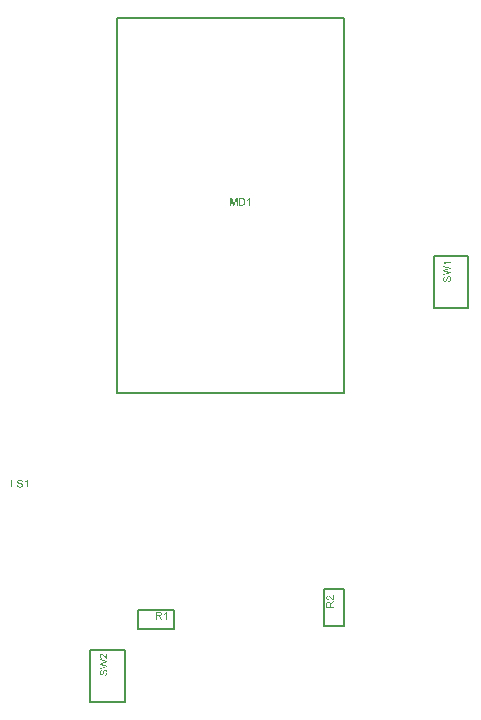
<source format=gbr>
%TF.GenerationSoftware,Altium Limited,Altium Designer,22.1.2 (22)*%
G04 Layer_Color=16711935*
%FSLAX45Y45*%
%MOMM*%
%TF.SameCoordinates,487542E7-F005-4C77-86B1-A0AEE8F943D7*%
%TF.FilePolarity,Positive*%
%TF.FileFunction,Other,Top_Assembly*%
%TF.Part,Single*%
G01*
G75*
%TA.AperFunction,NonConductor*%
%ADD46C,0.20000*%
G36*
X9686720Y7340099D02*
X9678584D01*
Y7393631D01*
X9659908Y7340099D01*
X9652326D01*
X9633835Y7394555D01*
Y7340099D01*
X9625699D01*
Y7404078D01*
X9638365D01*
X9653528Y7358682D01*
Y7358590D01*
X9653621Y7358405D01*
X9653713Y7358128D01*
X9653898Y7357665D01*
X9654268Y7356556D01*
X9654730Y7355169D01*
X9655192Y7353597D01*
X9655747Y7352025D01*
X9656209Y7350546D01*
X9656579Y7349252D01*
X9656672Y7349437D01*
X9656764Y7349899D01*
X9657041Y7350731D01*
X9657411Y7351841D01*
X9657873Y7353320D01*
X9658521Y7355076D01*
X9659168Y7357111D01*
X9660000Y7359514D01*
X9675348Y7404078D01*
X9686720D01*
Y7340099D01*
D02*
G37*
G36*
X9791380D02*
X9783521D01*
Y7390117D01*
X9783429Y7390025D01*
X9782966Y7389655D01*
X9782412Y7389100D01*
X9781487Y7388453D01*
X9780470Y7387621D01*
X9779176Y7386696D01*
X9777696Y7385679D01*
X9776032Y7384662D01*
X9775940D01*
X9775847Y7384570D01*
X9775293Y7384200D01*
X9774368Y7383738D01*
X9773259Y7383183D01*
X9771964Y7382536D01*
X9770577Y7381889D01*
X9769191Y7381242D01*
X9767804Y7380687D01*
Y7388268D01*
X9767896D01*
X9768081Y7388453D01*
X9768451Y7388546D01*
X9768913Y7388823D01*
X9769468Y7389100D01*
X9770115Y7389470D01*
X9771687Y7390395D01*
X9773536Y7391412D01*
X9775385Y7392706D01*
X9777327Y7394185D01*
X9779268Y7395757D01*
X9779361Y7395850D01*
X9779453Y7395942D01*
X9779731Y7396219D01*
X9780100Y7396497D01*
X9780932Y7397421D01*
X9782042Y7398531D01*
X9783151Y7399825D01*
X9784353Y7401304D01*
X9785370Y7402784D01*
X9786295Y7404356D01*
X9791380D01*
Y7340099D01*
D02*
G37*
G36*
X9726753Y7403986D02*
X9728602Y7403893D01*
X9730451Y7403708D01*
X9732301Y7403431D01*
X9733872Y7403154D01*
X9733965D01*
X9734150Y7403061D01*
X9734427D01*
X9734797Y7402876D01*
X9735814Y7402599D01*
X9737108Y7402137D01*
X9738588Y7401489D01*
X9740159Y7400657D01*
X9741731Y7399733D01*
X9743210Y7398531D01*
X9743303Y7398438D01*
X9743395Y7398346D01*
X9743673Y7398069D01*
X9744042Y7397791D01*
X9744967Y7396867D01*
X9746077Y7395572D01*
X9747278Y7394000D01*
X9748573Y7392151D01*
X9749775Y7390025D01*
X9750792Y7387621D01*
Y7387529D01*
X9750884Y7387344D01*
X9751069Y7386974D01*
X9751162Y7386419D01*
X9751439Y7385772D01*
X9751624Y7385032D01*
X9751809Y7384200D01*
X9752086Y7383183D01*
X9752364Y7382166D01*
X9752548Y7380964D01*
X9753011Y7378375D01*
X9753288Y7375509D01*
X9753381Y7372366D01*
Y7372273D01*
Y7372088D01*
Y7371626D01*
Y7371164D01*
X9753288Y7370517D01*
Y7369777D01*
X9753196Y7368020D01*
X9752918Y7365986D01*
X9752641Y7363860D01*
X9752179Y7361641D01*
X9751624Y7359422D01*
Y7359329D01*
X9751531Y7359145D01*
X9751439Y7358867D01*
X9751347Y7358497D01*
X9750977Y7357480D01*
X9750422Y7356186D01*
X9749867Y7354707D01*
X9749128Y7353227D01*
X9748203Y7351656D01*
X9747278Y7350176D01*
X9747186Y7349991D01*
X9746816Y7349529D01*
X9746261Y7348882D01*
X9745522Y7348050D01*
X9744690Y7347125D01*
X9743673Y7346201D01*
X9742656Y7345184D01*
X9741454Y7344352D01*
X9741269Y7344259D01*
X9740899Y7343982D01*
X9740252Y7343612D01*
X9739327Y7343150D01*
X9738218Y7342595D01*
X9736923Y7342133D01*
X9735444Y7341578D01*
X9733780Y7341116D01*
X9733595D01*
X9733318Y7341023D01*
X9733040Y7340931D01*
X9732116Y7340838D01*
X9730821Y7340653D01*
X9729342Y7340468D01*
X9727585Y7340284D01*
X9725644Y7340191D01*
X9723517Y7340099D01*
X9700496D01*
Y7404078D01*
X9725089D01*
X9726753Y7403986D01*
D02*
G37*
G36*
X7846364Y5019105D02*
X7847011D01*
X7848767Y5018920D01*
X7850709Y5018642D01*
X7852743Y5018180D01*
X7854962Y5017625D01*
X7856996Y5016886D01*
X7857088D01*
X7857273Y5016793D01*
X7857551Y5016608D01*
X7857921Y5016424D01*
X7858845Y5015961D01*
X7860047Y5015129D01*
X7861434Y5014205D01*
X7862821Y5013003D01*
X7864115Y5011616D01*
X7865317Y5010044D01*
Y5009952D01*
X7865409Y5009859D01*
X7865594Y5009582D01*
X7865779Y5009304D01*
X7866242Y5008380D01*
X7866796Y5007178D01*
X7867443Y5005699D01*
X7867906Y5003942D01*
X7868368Y5002093D01*
X7868553Y5000059D01*
X7860417Y4999412D01*
Y4999504D01*
Y4999689D01*
X7860324Y4999966D01*
X7860232Y5000429D01*
X7859955Y5001446D01*
X7859585Y5002833D01*
X7859030Y5004312D01*
X7858198Y5005791D01*
X7857181Y5007178D01*
X7855886Y5008472D01*
X7855702Y5008565D01*
X7855239Y5008935D01*
X7854315Y5009489D01*
X7853113Y5010044D01*
X7851541Y5010599D01*
X7849692Y5011154D01*
X7847381Y5011523D01*
X7844792Y5011616D01*
X7843497D01*
X7842943Y5011523D01*
X7842203Y5011431D01*
X7840539Y5011246D01*
X7838690Y5010876D01*
X7836841Y5010414D01*
X7835084Y5009674D01*
X7834344Y5009212D01*
X7833605Y5008750D01*
X7833420Y5008657D01*
X7833050Y5008287D01*
X7832495Y5007640D01*
X7831940Y5006901D01*
X7831293Y5005884D01*
X7830738Y5004774D01*
X7830369Y5003480D01*
X7830184Y5002000D01*
Y5001815D01*
Y5001446D01*
X7830276Y5000798D01*
X7830461Y5000059D01*
X7830738Y4999134D01*
X7831201Y4998210D01*
X7831755Y4997285D01*
X7832588Y4996361D01*
X7832680Y4996268D01*
X7833142Y4995991D01*
X7833512Y4995713D01*
X7833882Y4995528D01*
X7834437Y4995251D01*
X7835084Y4994881D01*
X7835916Y4994604D01*
X7836841Y4994234D01*
X7837858Y4993864D01*
X7839060Y4993402D01*
X7840354Y4993032D01*
X7841833Y4992570D01*
X7843497Y4992200D01*
X7845347Y4991738D01*
X7845439D01*
X7845809Y4991645D01*
X7846364Y4991553D01*
X7847011Y4991368D01*
X7847843Y4991183D01*
X7848860Y4990906D01*
X7849877Y4990628D01*
X7850986Y4990351D01*
X7853390Y4989704D01*
X7855702Y4989057D01*
X7856811Y4988687D01*
X7857828Y4988317D01*
X7858753Y4988040D01*
X7859492Y4987670D01*
X7859585D01*
X7859770Y4987577D01*
X7860047Y4987392D01*
X7860417Y4987207D01*
X7861434Y4986653D01*
X7862636Y4985913D01*
X7864023Y4984896D01*
X7865409Y4983787D01*
X7866704Y4982492D01*
X7867813Y4981105D01*
X7867906Y4980920D01*
X7868276Y4980458D01*
X7868645Y4979626D01*
X7869200Y4978517D01*
X7869662Y4977222D01*
X7870125Y4975650D01*
X7870402Y4973894D01*
X7870495Y4972045D01*
Y4971952D01*
Y4971860D01*
Y4971582D01*
Y4971213D01*
X7870310Y4970196D01*
X7870125Y4968901D01*
X7869755Y4967422D01*
X7869293Y4965850D01*
X7868553Y4964186D01*
X7867536Y4962429D01*
Y4962337D01*
X7867443Y4962244D01*
X7866981Y4961690D01*
X7866334Y4960857D01*
X7865409Y4959933D01*
X7864208Y4958823D01*
X7862728Y4957622D01*
X7861064Y4956512D01*
X7859122Y4955495D01*
X7859030D01*
X7858845Y4955403D01*
X7858568Y4955310D01*
X7858198Y4955125D01*
X7857643Y4954940D01*
X7856996Y4954663D01*
X7855517Y4954293D01*
X7853760Y4953831D01*
X7851634Y4953369D01*
X7849322Y4953091D01*
X7846826Y4952999D01*
X7845347D01*
X7844607Y4953091D01*
X7843775D01*
X7842850Y4953184D01*
X7841741Y4953276D01*
X7839429Y4953646D01*
X7837025Y4954016D01*
X7834622Y4954663D01*
X7832310Y4955495D01*
X7832218D01*
X7832033Y4955587D01*
X7831755Y4955772D01*
X7831386Y4955957D01*
X7830276Y4956512D01*
X7828982Y4957344D01*
X7827503Y4958454D01*
X7825931Y4959748D01*
X7824451Y4961320D01*
X7823065Y4963076D01*
Y4963169D01*
X7822880Y4963354D01*
X7822787Y4963631D01*
X7822510Y4964001D01*
X7822325Y4964463D01*
X7822048Y4965018D01*
X7821400Y4966405D01*
X7820753Y4968162D01*
X7820198Y4970103D01*
X7819829Y4972322D01*
X7819644Y4974633D01*
X7827595Y4975373D01*
Y4975281D01*
Y4975188D01*
X7827687Y4974911D01*
Y4974541D01*
X7827872Y4973709D01*
X7828150Y4972507D01*
X7828520Y4971305D01*
X7828889Y4969918D01*
X7829537Y4968624D01*
X7830184Y4967422D01*
X7830276Y4967329D01*
X7830554Y4966960D01*
X7831016Y4966312D01*
X7831755Y4965665D01*
X7832680Y4964833D01*
X7833697Y4964001D01*
X7835084Y4963169D01*
X7836563Y4962429D01*
X7836656D01*
X7836748Y4962337D01*
X7837025Y4962244D01*
X7837303Y4962152D01*
X7838227Y4961875D01*
X7839429Y4961505D01*
X7840909Y4961135D01*
X7842573Y4960857D01*
X7844422Y4960673D01*
X7846456Y4960580D01*
X7847288D01*
X7848213Y4960673D01*
X7849322Y4960765D01*
X7850617Y4960950D01*
X7852096Y4961135D01*
X7853575Y4961505D01*
X7854962Y4961967D01*
X7855147Y4962059D01*
X7855609Y4962244D01*
X7856256Y4962614D01*
X7857088Y4962984D01*
X7857921Y4963631D01*
X7858845Y4964278D01*
X7859770Y4965018D01*
X7860509Y4965943D01*
X7860602Y4966035D01*
X7860787Y4966405D01*
X7861064Y4966867D01*
X7861434Y4967607D01*
X7861804Y4968346D01*
X7862081Y4969271D01*
X7862266Y4970288D01*
X7862358Y4971397D01*
Y4971490D01*
Y4971952D01*
X7862266Y4972507D01*
X7862174Y4973247D01*
X7861896Y4973986D01*
X7861619Y4974911D01*
X7861156Y4975835D01*
X7860509Y4976667D01*
X7860417Y4976760D01*
X7860139Y4977037D01*
X7859770Y4977407D01*
X7859122Y4977962D01*
X7858383Y4978517D01*
X7857366Y4979164D01*
X7856164Y4979811D01*
X7854777Y4980366D01*
X7854685Y4980458D01*
X7854222Y4980551D01*
X7853483Y4980828D01*
X7853020Y4980920D01*
X7852373Y4981105D01*
X7851726Y4981383D01*
X7850894Y4981568D01*
X7849969Y4981845D01*
X7848860Y4982122D01*
X7847750Y4982400D01*
X7846456Y4982770D01*
X7844977Y4983139D01*
X7843405Y4983509D01*
X7843312D01*
X7843035Y4983602D01*
X7842573Y4983694D01*
X7842018Y4983879D01*
X7841278Y4984064D01*
X7840446Y4984249D01*
X7838597Y4984804D01*
X7836563Y4985451D01*
X7834437Y4986098D01*
X7832588Y4986745D01*
X7831755Y4987115D01*
X7831016Y4987485D01*
X7830923D01*
X7830831Y4987577D01*
X7830276Y4987947D01*
X7829444Y4988409D01*
X7828520Y4989149D01*
X7827410Y4989981D01*
X7826301Y4990998D01*
X7825191Y4992200D01*
X7824267Y4993494D01*
X7824174Y4993679D01*
X7823897Y4994142D01*
X7823527Y4994881D01*
X7823157Y4995806D01*
X7822787Y4997008D01*
X7822417Y4998395D01*
X7822140Y4999874D01*
X7822048Y5001446D01*
Y5001538D01*
Y5001631D01*
Y5001908D01*
Y5002278D01*
X7822233Y5003202D01*
X7822417Y5004404D01*
X7822695Y5005791D01*
X7823157Y5007363D01*
X7823804Y5008935D01*
X7824729Y5010506D01*
Y5010599D01*
X7824821Y5010691D01*
X7825284Y5011246D01*
X7825931Y5011986D01*
X7826763Y5012910D01*
X7827872Y5013927D01*
X7829259Y5015037D01*
X7830923Y5016054D01*
X7832772Y5016978D01*
X7832865D01*
X7833050Y5017071D01*
X7833327Y5017163D01*
X7833697Y5017348D01*
X7834159Y5017533D01*
X7834807Y5017718D01*
X7836193Y5018088D01*
X7837950Y5018458D01*
X7839984Y5018827D01*
X7842111Y5019105D01*
X7844514Y5019197D01*
X7845716D01*
X7846364Y5019105D01*
D02*
G37*
G36*
X7908494Y4954108D02*
X7900635D01*
Y5004127D01*
X7900543Y5004034D01*
X7900080Y5003665D01*
X7899526Y5003110D01*
X7898601Y5002463D01*
X7897584Y5001631D01*
X7896290Y5000706D01*
X7894810Y4999689D01*
X7893146Y4998672D01*
X7893054D01*
X7892961Y4998580D01*
X7892407Y4998210D01*
X7891482Y4997747D01*
X7890373Y4997193D01*
X7889078Y4996546D01*
X7887691Y4995898D01*
X7886305Y4995251D01*
X7884918Y4994696D01*
Y5002278D01*
X7885010D01*
X7885195Y5002463D01*
X7885565Y5002555D01*
X7886027Y5002833D01*
X7886582Y5003110D01*
X7887229Y5003480D01*
X7888801Y5004404D01*
X7890650Y5005421D01*
X7892499Y5006716D01*
X7894441Y5008195D01*
X7896382Y5009767D01*
X7896475Y5009859D01*
X7896567Y5009952D01*
X7896845Y5010229D01*
X7897214Y5010506D01*
X7898046Y5011431D01*
X7899156Y5012540D01*
X7900265Y5013835D01*
X7901467Y5015314D01*
X7902484Y5016793D01*
X7903409Y5018365D01*
X7908494D01*
Y4954108D01*
D02*
G37*
G36*
X7780905Y4961690D02*
X7812432D01*
Y4954108D01*
X7772399D01*
Y5018088D01*
X7780905D01*
Y4961690D01*
D02*
G37*
G36*
X11492391Y6858303D02*
X11442373D01*
X11442465Y6858210D01*
X11442835Y6857748D01*
X11443390Y6857193D01*
X11444037Y6856268D01*
X11444869Y6855251D01*
X11445793Y6853957D01*
X11446810Y6852478D01*
X11447827Y6850814D01*
Y6850721D01*
X11447920Y6850629D01*
X11448290Y6850074D01*
X11448752Y6849149D01*
X11449307Y6848040D01*
X11449954Y6846746D01*
X11450601Y6845359D01*
X11451248Y6843972D01*
X11451803Y6842585D01*
X11444222D01*
Y6842677D01*
X11444037Y6842862D01*
X11443944Y6843232D01*
X11443667Y6843694D01*
X11443390Y6844249D01*
X11443020Y6844896D01*
X11442095Y6846468D01*
X11441078Y6848317D01*
X11439784Y6850166D01*
X11438305Y6852108D01*
X11436733Y6854050D01*
X11436640Y6854142D01*
X11436548Y6854234D01*
X11436270Y6854512D01*
X11435993Y6854882D01*
X11435069Y6855714D01*
X11433959Y6856823D01*
X11432665Y6857933D01*
X11431185Y6859135D01*
X11429706Y6860152D01*
X11428134Y6861076D01*
Y6866161D01*
X11492391D01*
Y6858303D01*
D02*
G37*
G36*
Y6814293D02*
Y6805972D01*
X11443667Y6792566D01*
X11443575D01*
X11443390Y6792474D01*
X11443112Y6792381D01*
X11442650Y6792289D01*
X11441633Y6792012D01*
X11440431Y6791734D01*
X11439137Y6791364D01*
X11437935Y6790995D01*
X11436918Y6790717D01*
X11436455Y6790625D01*
X11436178Y6790532D01*
X11436270D01*
X11436363Y6790440D01*
X11436918Y6790347D01*
X11437750Y6790162D01*
X11438767Y6789885D01*
X11439876Y6789608D01*
X11441171Y6789238D01*
X11442465Y6788961D01*
X11443667Y6788591D01*
X11492391Y6775092D01*
Y6766216D01*
X11428412Y6749482D01*
Y6758265D01*
X11470387Y6767788D01*
X11470479D01*
X11470664Y6767881D01*
X11471034Y6767973D01*
X11471496Y6768065D01*
X11472143Y6768158D01*
X11472791Y6768343D01*
X11473623Y6768528D01*
X11474547Y6768713D01*
X11476489Y6769175D01*
X11478708Y6769637D01*
X11481112Y6770099D01*
X11483516Y6770562D01*
X11483423D01*
X11483053Y6770654D01*
X11482591Y6770839D01*
X11481851Y6770932D01*
X11481112Y6771117D01*
X11480187Y6771394D01*
X11478153Y6771856D01*
X11476119Y6772411D01*
X11475102Y6772596D01*
X11474177Y6772873D01*
X11473345Y6773058D01*
X11472606Y6773243D01*
X11472051Y6773428D01*
X11471681Y6773520D01*
X11428412Y6785632D01*
Y6795895D01*
X11460864Y6804955D01*
X11460956D01*
X11461419Y6805140D01*
X11462066Y6805325D01*
X11462898Y6805510D01*
X11464007Y6805788D01*
X11465209Y6806157D01*
X11466596Y6806527D01*
X11468168Y6806897D01*
X11469924Y6807359D01*
X11471681Y6807729D01*
X11475472Y6808561D01*
X11479447Y6809393D01*
X11483516Y6810040D01*
X11483423D01*
X11483238Y6810133D01*
X11482868D01*
X11482406Y6810318D01*
X11481851Y6810410D01*
X11481204Y6810595D01*
X11480372Y6810688D01*
X11479447Y6810965D01*
X11477413Y6811427D01*
X11475010Y6811982D01*
X11472421Y6812537D01*
X11469555Y6813276D01*
X11428412Y6823262D01*
Y6831860D01*
X11492391Y6814293D01*
D02*
G37*
G36*
X11476304Y6743565D02*
X11477598Y6743380D01*
X11479078Y6743010D01*
X11480649Y6742548D01*
X11482314Y6741808D01*
X11484070Y6740791D01*
X11484163D01*
X11484255Y6740698D01*
X11484810Y6740236D01*
X11485642Y6739589D01*
X11486567Y6738664D01*
X11487676Y6737463D01*
X11488878Y6735983D01*
X11489987Y6734319D01*
X11491004Y6732377D01*
Y6732285D01*
X11491097Y6732100D01*
X11491189Y6731823D01*
X11491374Y6731453D01*
X11491559Y6730898D01*
X11491837Y6730251D01*
X11492206Y6728772D01*
X11492669Y6727015D01*
X11493131Y6724889D01*
X11493408Y6722577D01*
X11493501Y6720081D01*
Y6718601D01*
X11493408Y6717862D01*
Y6717030D01*
X11493316Y6716105D01*
X11493223Y6714996D01*
X11492854Y6712684D01*
X11492484Y6710280D01*
X11491837Y6707877D01*
X11491004Y6705565D01*
Y6705473D01*
X11490912Y6705288D01*
X11490727Y6705010D01*
X11490542Y6704641D01*
X11489987Y6703531D01*
X11489155Y6702237D01*
X11488046Y6700757D01*
X11486751Y6699186D01*
X11485180Y6697706D01*
X11483423Y6696320D01*
X11483331D01*
X11483146Y6696135D01*
X11482868Y6696042D01*
X11482498Y6695765D01*
X11482036Y6695580D01*
X11481481Y6695303D01*
X11480095Y6694655D01*
X11478338Y6694008D01*
X11476396Y6693453D01*
X11474177Y6693084D01*
X11471866Y6692899D01*
X11471126Y6700850D01*
X11471219D01*
X11471311D01*
X11471589Y6700942D01*
X11471959D01*
X11472791Y6701127D01*
X11473993Y6701405D01*
X11475194Y6701775D01*
X11476581Y6702144D01*
X11477876Y6702792D01*
X11479078Y6703439D01*
X11479170Y6703531D01*
X11479540Y6703809D01*
X11480187Y6704271D01*
X11480834Y6705010D01*
X11481666Y6705935D01*
X11482498Y6706952D01*
X11483331Y6708339D01*
X11484070Y6709818D01*
Y6709911D01*
X11484163Y6710003D01*
X11484255Y6710280D01*
X11484348Y6710558D01*
X11484625Y6711482D01*
X11484995Y6712684D01*
X11485365Y6714164D01*
X11485642Y6715828D01*
X11485827Y6717677D01*
X11485919Y6719711D01*
Y6720543D01*
X11485827Y6721468D01*
X11485734Y6722577D01*
X11485550Y6723871D01*
X11485365Y6725351D01*
X11484995Y6726830D01*
X11484533Y6728217D01*
X11484440Y6728402D01*
X11484255Y6728864D01*
X11483885Y6729511D01*
X11483516Y6730343D01*
X11482868Y6731176D01*
X11482221Y6732100D01*
X11481481Y6733025D01*
X11480557Y6733764D01*
X11480464Y6733857D01*
X11480095Y6734042D01*
X11479632Y6734319D01*
X11478893Y6734689D01*
X11478153Y6735059D01*
X11477229Y6735336D01*
X11476211Y6735521D01*
X11475102Y6735613D01*
X11475010D01*
X11474547D01*
X11473993Y6735521D01*
X11473253Y6735428D01*
X11472513Y6735151D01*
X11471589Y6734874D01*
X11470664Y6734411D01*
X11469832Y6733764D01*
X11469740Y6733672D01*
X11469462Y6733394D01*
X11469092Y6733025D01*
X11468538Y6732377D01*
X11467983Y6731638D01*
X11467336Y6730621D01*
X11466689Y6729419D01*
X11466134Y6728032D01*
X11466041Y6727940D01*
X11465949Y6727477D01*
X11465672Y6726738D01*
X11465579Y6726275D01*
X11465394Y6725628D01*
X11465117Y6724981D01*
X11464932Y6724149D01*
X11464654Y6723224D01*
X11464377Y6722115D01*
X11464100Y6721005D01*
X11463730Y6719711D01*
X11463360Y6718232D01*
X11462990Y6716660D01*
Y6716567D01*
X11462898Y6716290D01*
X11462805Y6715828D01*
X11462620Y6715273D01*
X11462436Y6714533D01*
X11462251Y6713701D01*
X11461696Y6711852D01*
X11461049Y6709818D01*
X11460402Y6707692D01*
X11459754Y6705843D01*
X11459384Y6705010D01*
X11459015Y6704271D01*
Y6704178D01*
X11458922Y6704086D01*
X11458552Y6703531D01*
X11458090Y6702699D01*
X11457350Y6701775D01*
X11456518Y6700665D01*
X11455501Y6699556D01*
X11454299Y6698446D01*
X11453005Y6697522D01*
X11452820Y6697429D01*
X11452358Y6697152D01*
X11451618Y6696782D01*
X11450694Y6696412D01*
X11449492Y6696042D01*
X11448105Y6695672D01*
X11446626Y6695395D01*
X11445054Y6695303D01*
X11444961D01*
X11444869D01*
X11444592D01*
X11444222D01*
X11443297Y6695487D01*
X11442095Y6695672D01*
X11440708Y6695950D01*
X11439137Y6696412D01*
X11437565Y6697059D01*
X11435993Y6697984D01*
X11435901D01*
X11435808Y6698076D01*
X11435253Y6698539D01*
X11434514Y6699186D01*
X11433589Y6700018D01*
X11432572Y6701127D01*
X11431463Y6702514D01*
X11430446Y6704178D01*
X11429521Y6706027D01*
Y6706120D01*
X11429429Y6706305D01*
X11429336Y6706582D01*
X11429151Y6706952D01*
X11428966Y6707414D01*
X11428782Y6708062D01*
X11428412Y6709448D01*
X11428042Y6711205D01*
X11427672Y6713239D01*
X11427395Y6715366D01*
X11427302Y6717769D01*
Y6718971D01*
X11427395Y6719619D01*
Y6720266D01*
X11427580Y6722022D01*
X11427857Y6723964D01*
X11428319Y6725998D01*
X11428874Y6728217D01*
X11429614Y6730251D01*
Y6730343D01*
X11429706Y6730528D01*
X11429891Y6730806D01*
X11430076Y6731176D01*
X11430538Y6732100D01*
X11431370Y6733302D01*
X11432295Y6734689D01*
X11433497Y6736076D01*
X11434884Y6737370D01*
X11436455Y6738572D01*
X11436548D01*
X11436640Y6738664D01*
X11436918Y6738849D01*
X11437195Y6739034D01*
X11438120Y6739497D01*
X11439322Y6740051D01*
X11440801Y6740698D01*
X11442558Y6741161D01*
X11444407Y6741623D01*
X11446441Y6741808D01*
X11447088Y6733672D01*
X11446995D01*
X11446810D01*
X11446533Y6733579D01*
X11446071Y6733487D01*
X11445054Y6733210D01*
X11443667Y6732840D01*
X11442188Y6732285D01*
X11440708Y6731453D01*
X11439322Y6730436D01*
X11438027Y6729141D01*
X11437935Y6728957D01*
X11437565Y6728494D01*
X11437010Y6727570D01*
X11436455Y6726368D01*
X11435901Y6724796D01*
X11435346Y6722947D01*
X11434976Y6720636D01*
X11434884Y6718047D01*
Y6716752D01*
X11434976Y6716198D01*
X11435069Y6715458D01*
X11435253Y6713794D01*
X11435623Y6711945D01*
X11436086Y6710096D01*
X11436825Y6708339D01*
X11437288Y6707599D01*
X11437750Y6706860D01*
X11437842Y6706675D01*
X11438212Y6706305D01*
X11438859Y6705750D01*
X11439599Y6705195D01*
X11440616Y6704548D01*
X11441725Y6703993D01*
X11443020Y6703624D01*
X11444499Y6703439D01*
X11444684D01*
X11445054D01*
X11445701Y6703531D01*
X11446441Y6703716D01*
X11447365Y6703993D01*
X11448290Y6704456D01*
X11449214Y6705010D01*
X11450139Y6705843D01*
X11450231Y6705935D01*
X11450509Y6706397D01*
X11450786Y6706767D01*
X11450971Y6707137D01*
X11451248Y6707692D01*
X11451618Y6708339D01*
X11451896Y6709171D01*
X11452265Y6710096D01*
X11452635Y6711113D01*
X11453097Y6712314D01*
X11453467Y6713609D01*
X11453930Y6715088D01*
X11454299Y6716752D01*
X11454762Y6718601D01*
Y6718694D01*
X11454854Y6719064D01*
X11454947Y6719619D01*
X11455132Y6720266D01*
X11455316Y6721098D01*
X11455594Y6722115D01*
X11455871Y6723132D01*
X11456149Y6724241D01*
X11456796Y6726645D01*
X11457443Y6728957D01*
X11457813Y6730066D01*
X11458183Y6731083D01*
X11458460Y6732008D01*
X11458830Y6732747D01*
Y6732840D01*
X11458922Y6733025D01*
X11459107Y6733302D01*
X11459292Y6733672D01*
X11459847Y6734689D01*
X11460586Y6735891D01*
X11461603Y6737278D01*
X11462713Y6738664D01*
X11464007Y6739959D01*
X11465394Y6741068D01*
X11465579Y6741161D01*
X11466041Y6741531D01*
X11466873Y6741900D01*
X11467983Y6742455D01*
X11469277Y6742917D01*
X11470849Y6743380D01*
X11472606Y6743657D01*
X11474455Y6743750D01*
X11474547D01*
X11474640D01*
X11474917D01*
X11475287D01*
X11476304Y6743565D01*
D02*
G37*
G36*
X8584092Y3503166D02*
X8583999D01*
X8583629D01*
X8583075D01*
X8582335Y3503258D01*
X8581503Y3503351D01*
X8580578Y3503536D01*
X8579654Y3503720D01*
X8578637Y3504090D01*
X8578544D01*
X8578452Y3504183D01*
X8577897Y3504368D01*
X8577065Y3504737D01*
X8575955Y3505292D01*
X8574661Y3506032D01*
X8573182Y3506956D01*
X8571702Y3507973D01*
X8570131Y3509268D01*
X8570038D01*
X8569946Y3509453D01*
X8569391Y3509915D01*
X8568559Y3510747D01*
X8567357Y3511949D01*
X8565970Y3513336D01*
X8564306Y3515093D01*
X8562457Y3517219D01*
X8560515Y3519530D01*
X8560423Y3519623D01*
X8560145Y3519993D01*
X8559683Y3520547D01*
X8559128Y3521195D01*
X8558389Y3522027D01*
X8557557Y3523044D01*
X8556632Y3524061D01*
X8555615Y3525263D01*
X8553396Y3527574D01*
X8551177Y3529885D01*
X8550068Y3530995D01*
X8548958Y3532012D01*
X8547941Y3532937D01*
X8546924Y3533676D01*
X8546832D01*
X8546739Y3533861D01*
X8546462Y3534046D01*
X8546092Y3534231D01*
X8545075Y3534878D01*
X8543873Y3535618D01*
X8542394Y3536265D01*
X8540822Y3536912D01*
X8539065Y3537282D01*
X8537401Y3537467D01*
X8537309D01*
X8537216D01*
X8536662Y3537374D01*
X8535737Y3537282D01*
X8534720Y3537005D01*
X8533426Y3536635D01*
X8532131Y3535988D01*
X8530837Y3535155D01*
X8529543Y3534046D01*
X8529358Y3533861D01*
X8528988Y3533399D01*
X8528525Y3532752D01*
X8527878Y3531735D01*
X8527324Y3530440D01*
X8526769Y3528961D01*
X8526399Y3527204D01*
X8526307Y3525263D01*
Y3524708D01*
X8526399Y3524338D01*
X8526491Y3523229D01*
X8526769Y3521934D01*
X8527139Y3520547D01*
X8527786Y3518976D01*
X8528618Y3517496D01*
X8529727Y3516110D01*
X8529912Y3515925D01*
X8530375Y3515555D01*
X8531114Y3515000D01*
X8532224Y3514445D01*
X8533518Y3513798D01*
X8535182Y3513243D01*
X8537031Y3512874D01*
X8539158Y3512689D01*
X8538326Y3504645D01*
X8538233D01*
X8537956Y3504737D01*
X8537494D01*
X8536847Y3504830D01*
X8536107Y3505015D01*
X8535275Y3505200D01*
X8534258Y3505477D01*
X8533241Y3505754D01*
X8531022Y3506494D01*
X8528803Y3507604D01*
X8527693Y3508251D01*
X8526584Y3509083D01*
X8525567Y3509915D01*
X8524642Y3510840D01*
X8524550Y3510932D01*
X8524457Y3511117D01*
X8524180Y3511394D01*
X8523903Y3511857D01*
X8523533Y3512411D01*
X8523163Y3513059D01*
X8522701Y3513798D01*
X8522238Y3514723D01*
X8521776Y3515740D01*
X8521314Y3516849D01*
X8520944Y3518051D01*
X8520574Y3519346D01*
X8520297Y3520732D01*
X8520020Y3522212D01*
X8519927Y3523783D01*
X8519835Y3525448D01*
Y3526372D01*
X8519927Y3527019D01*
X8520020Y3527759D01*
X8520112Y3528684D01*
X8520297Y3529701D01*
X8520482Y3530718D01*
X8521129Y3533121D01*
X8522054Y3535525D01*
X8522608Y3536727D01*
X8523255Y3537929D01*
X8524088Y3539039D01*
X8525012Y3540056D01*
X8525105Y3540148D01*
X8525197Y3540333D01*
X8525567Y3540518D01*
X8525937Y3540888D01*
X8526399Y3541350D01*
X8527046Y3541812D01*
X8527693Y3542275D01*
X8528525Y3542829D01*
X8530282Y3543754D01*
X8532501Y3544678D01*
X8533611Y3545048D01*
X8534905Y3545233D01*
X8536199Y3545418D01*
X8537586Y3545511D01*
X8537771D01*
X8538233D01*
X8538973Y3545418D01*
X8539990Y3545326D01*
X8541100Y3545141D01*
X8542394Y3544771D01*
X8543781Y3544401D01*
X8545168Y3543846D01*
X8545352Y3543754D01*
X8545815Y3543569D01*
X8546554Y3543199D01*
X8547571Y3542644D01*
X8548681Y3541905D01*
X8550068Y3540980D01*
X8551455Y3539871D01*
X8553026Y3538576D01*
X8553211Y3538391D01*
X8553766Y3537929D01*
X8554228Y3537467D01*
X8554691Y3537005D01*
X8555245Y3536450D01*
X8555985Y3535710D01*
X8556725Y3534971D01*
X8557557Y3534046D01*
X8558481Y3533121D01*
X8559498Y3532012D01*
X8560515Y3530810D01*
X8561717Y3529516D01*
X8562919Y3528036D01*
X8564214Y3526557D01*
X8564306Y3526465D01*
X8564491Y3526280D01*
X8564768Y3525910D01*
X8565138Y3525448D01*
X8565693Y3524893D01*
X8566248Y3524246D01*
X8567449Y3522766D01*
X8568836Y3521195D01*
X8570223Y3519715D01*
X8571425Y3518421D01*
X8571887Y3517866D01*
X8572350Y3517404D01*
X8572442Y3517311D01*
X8572719Y3517034D01*
X8573089Y3516664D01*
X8573644Y3516202D01*
X8574291Y3515740D01*
X8574938Y3515185D01*
X8576510Y3514076D01*
Y3545603D01*
X8584092D01*
Y3503166D01*
D02*
G37*
G36*
Y3481993D02*
Y3473672D01*
X8535367Y3460266D01*
X8535275D01*
X8535090Y3460174D01*
X8534812Y3460081D01*
X8534350Y3459989D01*
X8533333Y3459711D01*
X8532131Y3459434D01*
X8530837Y3459064D01*
X8529635Y3458694D01*
X8528618Y3458417D01*
X8528156Y3458325D01*
X8527878Y3458232D01*
X8527971D01*
X8528063Y3458140D01*
X8528618Y3458047D01*
X8529450Y3457862D01*
X8530467Y3457585D01*
X8531577Y3457308D01*
X8532871Y3456938D01*
X8534165Y3456660D01*
X8535367Y3456291D01*
X8584092Y3442792D01*
Y3433916D01*
X8520112Y3417182D01*
Y3425965D01*
X8562087Y3435488D01*
X8562179D01*
X8562364Y3435580D01*
X8562734Y3435673D01*
X8563196Y3435765D01*
X8563844Y3435858D01*
X8564491Y3436043D01*
X8565323Y3436228D01*
X8566248Y3436412D01*
X8568189Y3436875D01*
X8570408Y3437337D01*
X8572812Y3437799D01*
X8575216Y3438262D01*
X8575123D01*
X8574753Y3438354D01*
X8574291Y3438539D01*
X8573552Y3438631D01*
X8572812Y3438816D01*
X8571887Y3439094D01*
X8569853Y3439556D01*
X8567819Y3440111D01*
X8566802Y3440296D01*
X8565878Y3440573D01*
X8565046Y3440758D01*
X8564306Y3440943D01*
X8563751Y3441128D01*
X8563381Y3441220D01*
X8520112Y3453332D01*
Y3463595D01*
X8552564Y3472655D01*
X8552657D01*
X8553119Y3472840D01*
X8553766Y3473025D01*
X8554598Y3473210D01*
X8555708Y3473487D01*
X8556909Y3473857D01*
X8558296Y3474227D01*
X8559868Y3474597D01*
X8561625Y3475059D01*
X8563381Y3475429D01*
X8567172Y3476261D01*
X8571148Y3477093D01*
X8575216Y3477740D01*
X8575123D01*
X8574938Y3477833D01*
X8574569D01*
X8574106Y3478018D01*
X8573552Y3478110D01*
X8572904Y3478295D01*
X8572072Y3478388D01*
X8571148Y3478665D01*
X8569114Y3479127D01*
X8566710Y3479682D01*
X8564121Y3480237D01*
X8561255Y3480976D01*
X8520112Y3490962D01*
Y3499560D01*
X8584092Y3481993D01*
D02*
G37*
G36*
X8568004Y3411264D02*
X8569299Y3411080D01*
X8570778Y3410710D01*
X8572350Y3410247D01*
X8574014Y3409508D01*
X8575771Y3408491D01*
X8575863D01*
X8575955Y3408398D01*
X8576510Y3407936D01*
X8577342Y3407289D01*
X8578267Y3406364D01*
X8579376Y3405162D01*
X8580578Y3403683D01*
X8581688Y3402019D01*
X8582705Y3400077D01*
Y3399985D01*
X8582797Y3399800D01*
X8582890Y3399523D01*
X8583075Y3399153D01*
X8583259Y3398598D01*
X8583537Y3397951D01*
X8583907Y3396471D01*
X8584369Y3394715D01*
X8584831Y3392588D01*
X8585109Y3390277D01*
X8585201Y3387781D01*
Y3386301D01*
X8585109Y3385562D01*
Y3384730D01*
X8585016Y3383805D01*
X8584924Y3382696D01*
X8584554Y3380384D01*
X8584184Y3377980D01*
X8583537Y3375576D01*
X8582705Y3373265D01*
Y3373173D01*
X8582612Y3372988D01*
X8582427Y3372710D01*
X8582242Y3372340D01*
X8581688Y3371231D01*
X8580856Y3369937D01*
X8579746Y3368457D01*
X8578452Y3366886D01*
X8576880Y3365406D01*
X8575123Y3364019D01*
X8575031D01*
X8574846Y3363835D01*
X8574569Y3363742D01*
X8574199Y3363465D01*
X8573736Y3363280D01*
X8573182Y3363002D01*
X8571795Y3362355D01*
X8570038Y3361708D01*
X8568097Y3361153D01*
X8565878Y3360783D01*
X8563566Y3360599D01*
X8562827Y3368550D01*
X8562919D01*
X8563012D01*
X8563289Y3368642D01*
X8563659D01*
X8564491Y3368827D01*
X8565693Y3369105D01*
X8566895Y3369474D01*
X8568282Y3369844D01*
X8569576Y3370491D01*
X8570778Y3371139D01*
X8570870Y3371231D01*
X8571240Y3371508D01*
X8571887Y3371971D01*
X8572535Y3372710D01*
X8573367Y3373635D01*
X8574199Y3374652D01*
X8575031Y3376039D01*
X8575771Y3377518D01*
Y3377610D01*
X8575863Y3377703D01*
X8575955Y3377980D01*
X8576048Y3378258D01*
X8576325Y3379182D01*
X8576695Y3380384D01*
X8577065Y3381863D01*
X8577342Y3383528D01*
X8577527Y3385377D01*
X8577620Y3387411D01*
Y3388243D01*
X8577527Y3389167D01*
X8577435Y3390277D01*
X8577250Y3391571D01*
X8577065Y3393051D01*
X8576695Y3394530D01*
X8576233Y3395917D01*
X8576140Y3396102D01*
X8575955Y3396564D01*
X8575586Y3397211D01*
X8575216Y3398043D01*
X8574569Y3398875D01*
X8573921Y3399800D01*
X8573182Y3400724D01*
X8572257Y3401464D01*
X8572165Y3401557D01*
X8571795Y3401741D01*
X8571333Y3402019D01*
X8570593Y3402389D01*
X8569853Y3402758D01*
X8568929Y3403036D01*
X8567912Y3403221D01*
X8566802Y3403313D01*
X8566710D01*
X8566248D01*
X8565693Y3403221D01*
X8564953Y3403128D01*
X8564214Y3402851D01*
X8563289Y3402574D01*
X8562364Y3402111D01*
X8561532Y3401464D01*
X8561440Y3401372D01*
X8561162Y3401094D01*
X8560793Y3400724D01*
X8560238Y3400077D01*
X8559683Y3399338D01*
X8559036Y3398321D01*
X8558389Y3397119D01*
X8557834Y3395732D01*
X8557742Y3395639D01*
X8557649Y3395177D01*
X8557372Y3394437D01*
X8557279Y3393975D01*
X8557094Y3393328D01*
X8556817Y3392681D01*
X8556632Y3391849D01*
X8556355Y3390924D01*
X8556077Y3389815D01*
X8555800Y3388705D01*
X8555430Y3387411D01*
X8555060Y3385932D01*
X8554691Y3384360D01*
Y3384267D01*
X8554598Y3383990D01*
X8554506Y3383528D01*
X8554321Y3382973D01*
X8554136Y3382233D01*
X8553951Y3381401D01*
X8553396Y3379552D01*
X8552749Y3377518D01*
X8552102Y3375392D01*
X8551455Y3373542D01*
X8551085Y3372710D01*
X8550715Y3371971D01*
Y3371878D01*
X8550622Y3371786D01*
X8550253Y3371231D01*
X8549790Y3370399D01*
X8549051Y3369474D01*
X8548219Y3368365D01*
X8547202Y3367255D01*
X8546000Y3366146D01*
X8544705Y3365221D01*
X8544520Y3365129D01*
X8544058Y3364852D01*
X8543318Y3364482D01*
X8542394Y3364112D01*
X8541192Y3363742D01*
X8539805Y3363372D01*
X8538326Y3363095D01*
X8536754Y3363002D01*
X8536662D01*
X8536569D01*
X8536292D01*
X8535922D01*
X8534997Y3363187D01*
X8533795Y3363372D01*
X8532409Y3363650D01*
X8530837Y3364112D01*
X8529265Y3364759D01*
X8527693Y3365684D01*
X8527601D01*
X8527508Y3365776D01*
X8526954Y3366238D01*
X8526214Y3366886D01*
X8525290Y3367718D01*
X8524273Y3368827D01*
X8523163Y3370214D01*
X8522146Y3371878D01*
X8521221Y3373727D01*
Y3373820D01*
X8521129Y3374005D01*
X8521037Y3374282D01*
X8520852Y3374652D01*
X8520667Y3375114D01*
X8520482Y3375761D01*
X8520112Y3377148D01*
X8519742Y3378905D01*
X8519372Y3380939D01*
X8519095Y3383065D01*
X8519003Y3385469D01*
Y3386671D01*
X8519095Y3387318D01*
Y3387966D01*
X8519280Y3389722D01*
X8519557Y3391664D01*
X8520020Y3393698D01*
X8520574Y3395917D01*
X8521314Y3397951D01*
Y3398043D01*
X8521406Y3398228D01*
X8521591Y3398506D01*
X8521776Y3398875D01*
X8522238Y3399800D01*
X8523071Y3401002D01*
X8523995Y3402389D01*
X8525197Y3403776D01*
X8526584Y3405070D01*
X8528156Y3406272D01*
X8528248D01*
X8528341Y3406364D01*
X8528618Y3406549D01*
X8528895Y3406734D01*
X8529820Y3407196D01*
X8531022Y3407751D01*
X8532501Y3408398D01*
X8534258Y3408861D01*
X8536107Y3409323D01*
X8538141Y3409508D01*
X8538788Y3401372D01*
X8538696D01*
X8538511D01*
X8538233Y3401279D01*
X8537771Y3401187D01*
X8536754Y3400909D01*
X8535367Y3400540D01*
X8533888Y3399985D01*
X8532409Y3399153D01*
X8531022Y3398136D01*
X8529727Y3396841D01*
X8529635Y3396656D01*
X8529265Y3396194D01*
X8528710Y3395270D01*
X8528156Y3394068D01*
X8527601Y3392496D01*
X8527046Y3390647D01*
X8526676Y3388335D01*
X8526584Y3385747D01*
Y3384452D01*
X8526676Y3383897D01*
X8526769Y3383158D01*
X8526954Y3381494D01*
X8527324Y3379644D01*
X8527786Y3377795D01*
X8528525Y3376039D01*
X8528988Y3375299D01*
X8529450Y3374559D01*
X8529543Y3374375D01*
X8529912Y3374005D01*
X8530560Y3373450D01*
X8531299Y3372895D01*
X8532316Y3372248D01*
X8533426Y3371693D01*
X8534720Y3371323D01*
X8536199Y3371139D01*
X8536384D01*
X8536754D01*
X8537401Y3371231D01*
X8538141Y3371416D01*
X8539065Y3371693D01*
X8539990Y3372156D01*
X8540915Y3372710D01*
X8541839Y3373542D01*
X8541932Y3373635D01*
X8542209Y3374097D01*
X8542486Y3374467D01*
X8542671Y3374837D01*
X8542949Y3375392D01*
X8543318Y3376039D01*
X8543596Y3376871D01*
X8543966Y3377795D01*
X8544335Y3378812D01*
X8544798Y3380014D01*
X8545168Y3381309D01*
X8545630Y3382788D01*
X8546000Y3384452D01*
X8546462Y3386301D01*
Y3386394D01*
X8546554Y3386764D01*
X8546647Y3387318D01*
X8546832Y3387966D01*
X8547017Y3388798D01*
X8547294Y3389815D01*
X8547571Y3390832D01*
X8547849Y3391941D01*
X8548496Y3394345D01*
X8549143Y3396656D01*
X8549513Y3397766D01*
X8549883Y3398783D01*
X8550160Y3399707D01*
X8550530Y3400447D01*
Y3400540D01*
X8550622Y3400724D01*
X8550807Y3401002D01*
X8550992Y3401372D01*
X8551547Y3402389D01*
X8552287Y3403591D01*
X8553304Y3404977D01*
X8554413Y3406364D01*
X8555708Y3407659D01*
X8557094Y3408768D01*
X8557279Y3408861D01*
X8557742Y3409230D01*
X8558574Y3409600D01*
X8559683Y3410155D01*
X8560978Y3410617D01*
X8562549Y3411080D01*
X8564306Y3411357D01*
X8566155Y3411449D01*
X8566248D01*
X8566340D01*
X8566617D01*
X8566987D01*
X8568004Y3411264D01*
D02*
G37*
G36*
X10502901Y3997095D02*
X10502808D01*
X10502438D01*
X10501884D01*
X10501144Y3997188D01*
X10500312Y3997280D01*
X10499387Y3997465D01*
X10498463Y3997650D01*
X10497446Y3998020D01*
X10497353D01*
X10497261Y3998112D01*
X10496706Y3998297D01*
X10495874Y3998667D01*
X10494765Y3999222D01*
X10493470Y3999961D01*
X10491991Y4000886D01*
X10490512Y4001903D01*
X10488940Y4003197D01*
X10488847D01*
X10488755Y4003382D01*
X10488200Y4003844D01*
X10487368Y4004677D01*
X10486166Y4005878D01*
X10484779Y4007265D01*
X10483115Y4009022D01*
X10481266Y4011148D01*
X10479324Y4013460D01*
X10479232Y4013552D01*
X10478955Y4013922D01*
X10478492Y4014477D01*
X10477938Y4015124D01*
X10477198Y4015956D01*
X10476366Y4016973D01*
X10475441Y4017990D01*
X10474424Y4019192D01*
X10472205Y4021504D01*
X10469986Y4023815D01*
X10468877Y4024924D01*
X10467767Y4025941D01*
X10466750Y4026866D01*
X10465733Y4027606D01*
X10465641D01*
X10465549Y4027791D01*
X10465271Y4027975D01*
X10464901Y4028160D01*
X10463884Y4028808D01*
X10462682Y4029547D01*
X10461203Y4030194D01*
X10459631Y4030842D01*
X10457875Y4031211D01*
X10456210Y4031396D01*
X10456118D01*
X10456026D01*
X10455471Y4031304D01*
X10454546Y4031211D01*
X10453529Y4030934D01*
X10452235Y4030564D01*
X10450940Y4029917D01*
X10449646Y4029085D01*
X10448352Y4027975D01*
X10448167Y4027791D01*
X10447797Y4027328D01*
X10447335Y4026681D01*
X10446688Y4025664D01*
X10446133Y4024370D01*
X10445578Y4022890D01*
X10445208Y4021134D01*
X10445116Y4019192D01*
Y4018637D01*
X10445208Y4018268D01*
X10445301Y4017158D01*
X10445578Y4015864D01*
X10445948Y4014477D01*
X10446595Y4012905D01*
X10447427Y4011426D01*
X10448537Y4010039D01*
X10448722Y4009854D01*
X10449184Y4009484D01*
X10449923Y4008929D01*
X10451033Y4008375D01*
X10452327Y4007728D01*
X10453992Y4007173D01*
X10455841Y4006803D01*
X10457967Y4006618D01*
X10457135Y3998574D01*
X10457043D01*
X10456765Y3998667D01*
X10456303D01*
X10455656Y3998759D01*
X10454916Y3998944D01*
X10454084Y3999129D01*
X10453067Y3999407D01*
X10452050Y3999684D01*
X10449831Y4000424D01*
X10447612Y4001533D01*
X10446503Y4002180D01*
X10445393Y4003012D01*
X10444376Y4003844D01*
X10443452Y4004769D01*
X10443359Y4004861D01*
X10443267Y4005046D01*
X10442989Y4005324D01*
X10442712Y4005786D01*
X10442342Y4006341D01*
X10441972Y4006988D01*
X10441510Y4007728D01*
X10441048Y4008652D01*
X10440585Y4009669D01*
X10440123Y4010779D01*
X10439753Y4011981D01*
X10439383Y4013275D01*
X10439106Y4014662D01*
X10438829Y4016141D01*
X10438736Y4017713D01*
X10438644Y4019377D01*
Y4020302D01*
X10438736Y4020949D01*
X10438829Y4021688D01*
X10438921Y4022613D01*
X10439106Y4023630D01*
X10439291Y4024647D01*
X10439938Y4027051D01*
X10440863Y4029455D01*
X10441418Y4030657D01*
X10442065Y4031859D01*
X10442897Y4032968D01*
X10443821Y4033985D01*
X10443914Y4034078D01*
X10444006Y4034262D01*
X10444376Y4034447D01*
X10444746Y4034817D01*
X10445208Y4035279D01*
X10445855Y4035742D01*
X10446503Y4036204D01*
X10447335Y4036759D01*
X10449091Y4037683D01*
X10451310Y4038608D01*
X10452420Y4038978D01*
X10453714Y4039163D01*
X10455009Y4039348D01*
X10456395Y4039440D01*
X10456580D01*
X10457043D01*
X10457782Y4039348D01*
X10458799Y4039255D01*
X10459909Y4039070D01*
X10461203Y4038700D01*
X10462590Y4038331D01*
X10463977Y4037776D01*
X10464162Y4037683D01*
X10464624Y4037498D01*
X10465364Y4037129D01*
X10466381Y4036574D01*
X10467490Y4035834D01*
X10468877Y4034910D01*
X10470264Y4033800D01*
X10471836Y4032506D01*
X10472020Y4032321D01*
X10472575Y4031859D01*
X10473037Y4031396D01*
X10473500Y4030934D01*
X10474054Y4030379D01*
X10474794Y4029640D01*
X10475534Y4028900D01*
X10476366Y4027975D01*
X10477290Y4027051D01*
X10478307Y4025941D01*
X10479324Y4024739D01*
X10480526Y4023445D01*
X10481728Y4021966D01*
X10483023Y4020486D01*
X10483115Y4020394D01*
X10483300Y4020209D01*
X10483577Y4019839D01*
X10483947Y4019377D01*
X10484502Y4018822D01*
X10485057Y4018175D01*
X10486259Y4016696D01*
X10487646Y4015124D01*
X10489032Y4013645D01*
X10490234Y4012350D01*
X10490697Y4011796D01*
X10491159Y4011333D01*
X10491251Y4011241D01*
X10491529Y4010964D01*
X10491898Y4010594D01*
X10492453Y4010131D01*
X10493100Y4009669D01*
X10493748Y4009114D01*
X10495319Y4008005D01*
Y4039532D01*
X10502901D01*
Y3997095D01*
D02*
G37*
G36*
Y3982672D02*
X10489587Y3974258D01*
X10489495D01*
X10489310Y3974074D01*
X10489032Y3973889D01*
X10488663Y3973611D01*
X10487646Y3972964D01*
X10486351Y3972132D01*
X10484964Y3971115D01*
X10483485Y3970098D01*
X10482098Y3969081D01*
X10480804Y3968156D01*
X10480711Y3968064D01*
X10480341Y3967787D01*
X10479787Y3967324D01*
X10479140Y3966677D01*
X10477753Y3965290D01*
X10477106Y3964551D01*
X10476551Y3963811D01*
X10476458Y3963719D01*
X10476366Y3963534D01*
X10476181Y3963164D01*
X10475904Y3962609D01*
X10475626Y3962054D01*
X10475349Y3961407D01*
X10474887Y3959928D01*
Y3959835D01*
X10474794Y3959650D01*
Y3959281D01*
X10474702Y3958818D01*
X10474609Y3958171D01*
Y3957432D01*
X10474517Y3956414D01*
Y3945505D01*
X10502901D01*
Y3936999D01*
X10438921D01*
Y3966677D01*
X10439014Y3967417D01*
Y3968249D01*
X10439106Y3970190D01*
X10439383Y3972224D01*
X10439661Y3974443D01*
X10440123Y3976477D01*
X10440401Y3977494D01*
X10440678Y3978327D01*
Y3978419D01*
X10440770Y3978511D01*
X10441048Y3979066D01*
X10441418Y3979898D01*
X10442065Y3980915D01*
X10442897Y3982025D01*
X10444006Y3983227D01*
X10445301Y3984336D01*
X10446780Y3985446D01*
X10446872D01*
X10446965Y3985538D01*
X10447520Y3985908D01*
X10448444Y3986278D01*
X10449646Y3986833D01*
X10451033Y3987295D01*
X10452697Y3987757D01*
X10454454Y3988034D01*
X10456395Y3988127D01*
X10456488D01*
X10456673D01*
X10457043D01*
X10457505Y3988034D01*
X10458152D01*
X10458799Y3987942D01*
X10460371Y3987572D01*
X10462220Y3987017D01*
X10464162Y3986278D01*
X10466103Y3985168D01*
X10467028Y3984429D01*
X10467952Y3983689D01*
X10468045Y3983597D01*
X10468137Y3983504D01*
X10468415Y3983227D01*
X10468692Y3982857D01*
X10469062Y3982395D01*
X10469432Y3981840D01*
X10469894Y3981100D01*
X10470449Y3980361D01*
X10470911Y3979436D01*
X10471373Y3978419D01*
X10471928Y3977310D01*
X10472390Y3976108D01*
X10472760Y3974721D01*
X10473222Y3973334D01*
X10473500Y3971762D01*
X10473777Y3970098D01*
X10473870Y3970283D01*
X10474054Y3970653D01*
X10474424Y3971207D01*
X10474794Y3971947D01*
X10475811Y3973611D01*
X10476458Y3974443D01*
X10477013Y3975183D01*
X10477198Y3975368D01*
X10477660Y3975830D01*
X10478400Y3976570D01*
X10479324Y3977494D01*
X10480619Y3978511D01*
X10482006Y3979713D01*
X10483670Y3980915D01*
X10485519Y3982210D01*
X10502901Y3993212D01*
Y3982672D01*
D02*
G37*
G36*
X9086491Y3835399D02*
X9078632D01*
Y3885417D01*
X9078539Y3885325D01*
X9078077Y3884955D01*
X9077522Y3884400D01*
X9076598Y3883753D01*
X9075581Y3882921D01*
X9074286Y3881997D01*
X9072807Y3880980D01*
X9071143Y3879963D01*
X9071050D01*
X9070958Y3879870D01*
X9070403Y3879500D01*
X9069479Y3879038D01*
X9068369Y3878483D01*
X9067075Y3877836D01*
X9065688Y3877189D01*
X9064301Y3876542D01*
X9062914Y3875987D01*
Y3883568D01*
X9063007D01*
X9063192Y3883753D01*
X9063562Y3883846D01*
X9064024Y3884123D01*
X9064579Y3884400D01*
X9065226Y3884770D01*
X9066797Y3885695D01*
X9068647Y3886712D01*
X9070496Y3888006D01*
X9072437Y3889485D01*
X9074379Y3891057D01*
X9074471Y3891150D01*
X9074564Y3891242D01*
X9074841Y3891520D01*
X9075211Y3891797D01*
X9076043Y3892721D01*
X9077153Y3893831D01*
X9078262Y3895125D01*
X9079464Y3896605D01*
X9080481Y3898084D01*
X9081406Y3899656D01*
X9086491D01*
Y3835399D01*
D02*
G37*
G36*
X9026117Y3899286D02*
X9026949D01*
X9028891Y3899193D01*
X9030925Y3898916D01*
X9033143Y3898639D01*
X9035178Y3898176D01*
X9036195Y3897899D01*
X9037027Y3897622D01*
X9037119D01*
X9037212Y3897529D01*
X9037766Y3897252D01*
X9038598Y3896882D01*
X9039615Y3896235D01*
X9040725Y3895403D01*
X9041927Y3894293D01*
X9043036Y3892999D01*
X9044146Y3891520D01*
Y3891427D01*
X9044238Y3891335D01*
X9044608Y3890780D01*
X9044978Y3889855D01*
X9045533Y3888653D01*
X9045995Y3887267D01*
X9046457Y3885602D01*
X9046735Y3883846D01*
X9046827Y3881904D01*
Y3881812D01*
Y3881627D01*
Y3881257D01*
X9046735Y3880795D01*
Y3880147D01*
X9046642Y3879500D01*
X9046272Y3877928D01*
X9045717Y3876079D01*
X9044978Y3874138D01*
X9043868Y3872196D01*
X9043129Y3871272D01*
X9042389Y3870347D01*
X9042297Y3870255D01*
X9042204Y3870162D01*
X9041927Y3869885D01*
X9041557Y3869607D01*
X9041095Y3869238D01*
X9040540Y3868868D01*
X9039800Y3868406D01*
X9039061Y3867851D01*
X9038136Y3867389D01*
X9037119Y3866926D01*
X9036010Y3866371D01*
X9034808Y3865909D01*
X9033421Y3865539D01*
X9032034Y3865077D01*
X9030462Y3864800D01*
X9028798Y3864522D01*
X9028983Y3864430D01*
X9029353Y3864245D01*
X9029908Y3863875D01*
X9030647Y3863505D01*
X9032311Y3862488D01*
X9033143Y3861841D01*
X9033883Y3861286D01*
X9034068Y3861101D01*
X9034530Y3860639D01*
X9035270Y3859900D01*
X9036195Y3858975D01*
X9037212Y3857681D01*
X9038413Y3856294D01*
X9039615Y3854630D01*
X9040910Y3852780D01*
X9051912Y3835399D01*
X9041372D01*
X9032959Y3848712D01*
Y3848805D01*
X9032774Y3848990D01*
X9032589Y3849267D01*
X9032311Y3849637D01*
X9031664Y3850654D01*
X9030832Y3851948D01*
X9029815Y3853335D01*
X9028798Y3854814D01*
X9027781Y3856201D01*
X9026856Y3857496D01*
X9026764Y3857588D01*
X9026487Y3857958D01*
X9026024Y3858513D01*
X9025377Y3859160D01*
X9023990Y3860547D01*
X9023251Y3861194D01*
X9022511Y3861749D01*
X9022419Y3861841D01*
X9022234Y3861934D01*
X9021864Y3862119D01*
X9021309Y3862396D01*
X9020754Y3862673D01*
X9020107Y3862951D01*
X9018628Y3863413D01*
X9018535D01*
X9018351Y3863505D01*
X9017981D01*
X9017518Y3863598D01*
X9016871Y3863690D01*
X9016132D01*
X9015115Y3863783D01*
X9004205D01*
Y3835399D01*
X8995699D01*
Y3899378D01*
X9025377D01*
X9026117Y3899286D01*
D02*
G37*
%LPC*%
G36*
X9723795Y7396497D02*
X9709002D01*
Y7347680D01*
X9724164D01*
X9724812Y7347772D01*
X9726198Y7347865D01*
X9727770Y7347957D01*
X9729434Y7348142D01*
X9731099Y7348420D01*
X9732485Y7348789D01*
X9732670Y7348882D01*
X9733133Y7348974D01*
X9733780Y7349252D01*
X9734612Y7349622D01*
X9735537Y7350176D01*
X9736461Y7350731D01*
X9737386Y7351378D01*
X9738310Y7352118D01*
X9738403Y7352303D01*
X9738772Y7352673D01*
X9739327Y7353320D01*
X9739974Y7354244D01*
X9740714Y7355446D01*
X9741546Y7356833D01*
X9742286Y7358405D01*
X9742933Y7360162D01*
Y7360254D01*
X9743025Y7360439D01*
X9743118Y7360716D01*
X9743210Y7361086D01*
X9743303Y7361548D01*
X9743488Y7362196D01*
X9743673Y7362843D01*
X9743858Y7363582D01*
X9744135Y7365432D01*
X9744412Y7367558D01*
X9744597Y7369962D01*
X9744690Y7372551D01*
Y7372643D01*
Y7373013D01*
Y7373475D01*
X9744597Y7374215D01*
Y7375047D01*
X9744505Y7375972D01*
X9744412Y7377081D01*
X9744320Y7378190D01*
X9743858Y7380687D01*
X9743303Y7383276D01*
X9742471Y7385679D01*
X9741916Y7386881D01*
X9741361Y7387898D01*
Y7387991D01*
X9741176Y7388176D01*
X9740991Y7388453D01*
X9740807Y7388823D01*
X9740067Y7389747D01*
X9739142Y7390857D01*
X9737940Y7392059D01*
X9736554Y7393261D01*
X9734982Y7394278D01*
X9733318Y7395110D01*
X9733133Y7395202D01*
X9732670Y7395295D01*
X9731838Y7395572D01*
X9730636Y7395850D01*
X9729157Y7396034D01*
X9727308Y7396312D01*
X9726198Y7396404D01*
X9724997D01*
X9723795Y7396497D01*
D02*
G37*
G36*
X10456488Y3979436D02*
X10456395D01*
X10456303D01*
X10455748Y3979344D01*
X10454916Y3979251D01*
X10453807Y3979066D01*
X10452697Y3978604D01*
X10451403Y3978049D01*
X10450201Y3977217D01*
X10448999Y3976108D01*
X10448906Y3975923D01*
X10448537Y3975460D01*
X10448074Y3974721D01*
X10447520Y3973519D01*
X10446965Y3972132D01*
X10446503Y3970283D01*
X10446133Y3968156D01*
X10446040Y3965660D01*
Y3945505D01*
X10467213D01*
Y3964551D01*
X10467120Y3965660D01*
X10467028Y3966954D01*
X10466935Y3968434D01*
X10466750Y3969913D01*
X10466473Y3971392D01*
X10466103Y3972687D01*
X10466011Y3972872D01*
X10465826Y3973241D01*
X10465549Y3973796D01*
X10465179Y3974536D01*
X10464624Y3975368D01*
X10463977Y3976200D01*
X10463145Y3977032D01*
X10462220Y3977679D01*
X10462128Y3977772D01*
X10461758Y3977957D01*
X10461203Y3978234D01*
X10460463Y3978604D01*
X10459631Y3978881D01*
X10458707Y3979159D01*
X10457597Y3979344D01*
X10456488Y3979436D01*
D02*
G37*
G36*
X9024360Y3892259D02*
X9004205D01*
Y3871087D01*
X9023251D01*
X9024360Y3871179D01*
X9025655Y3871272D01*
X9027134Y3871364D01*
X9028613Y3871549D01*
X9030092Y3871826D01*
X9031387Y3872196D01*
X9031572Y3872289D01*
X9031942Y3872474D01*
X9032496Y3872751D01*
X9033236Y3873121D01*
X9034068Y3873676D01*
X9034900Y3874323D01*
X9035732Y3875155D01*
X9036379Y3876079D01*
X9036472Y3876172D01*
X9036657Y3876542D01*
X9036934Y3877096D01*
X9037304Y3877836D01*
X9037581Y3878668D01*
X9037859Y3879593D01*
X9038044Y3880702D01*
X9038136Y3881812D01*
Y3881904D01*
Y3881997D01*
X9038044Y3882551D01*
X9037951Y3883383D01*
X9037766Y3884493D01*
X9037304Y3885602D01*
X9036749Y3886897D01*
X9035917Y3888099D01*
X9034808Y3889301D01*
X9034623Y3889393D01*
X9034160Y3889763D01*
X9033421Y3890225D01*
X9032219Y3890780D01*
X9030832Y3891335D01*
X9028983Y3891797D01*
X9026856Y3892167D01*
X9024360Y3892259D01*
D02*
G37*
%LPD*%
D46*
X8665700Y8925100D02*
X10585700D01*
Y5755100D02*
Y8925100D01*
X8665700Y5755100D02*
X10585700D01*
X8665700D02*
Y8925100D01*
X11348500Y6472900D02*
Y6912900D01*
X11638500D01*
Y6472900D02*
Y6912900D01*
X11348500Y6472900D02*
X11638500D01*
X8440200Y3140600D02*
Y3580600D01*
X8730200D01*
Y3140600D02*
Y3580600D01*
X8440200Y3140600D02*
X8730200D01*
X10420400Y3782000D02*
X10585400D01*
Y4092000D01*
X10420400D02*
X10585400D01*
X10420400Y3782000D02*
Y4092000D01*
X8840700Y3752900D02*
Y3917900D01*
Y3752900D02*
X9150700D01*
Y3917900D01*
X8840700D02*
X9150700D01*
%TF.MD5,5f40f1903a24a84d8ea39e44f2545f66*%
M02*

</source>
